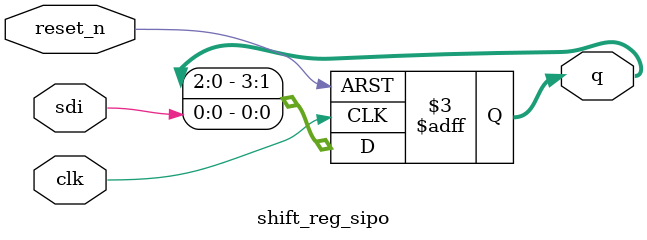
<source format=v>
module shift_reg_sipo(
	input reset_n,
	input clk,
	input sdi,
	output reg [3:0] q
    );
	
	always @(posedge clk or negedge reset_n) begin
	    if (!reset_n)
		    q <= 4'b0;
	    else
		    q[3:0] <= {q[2:0],sdi};  
	end

endmodule




</source>
